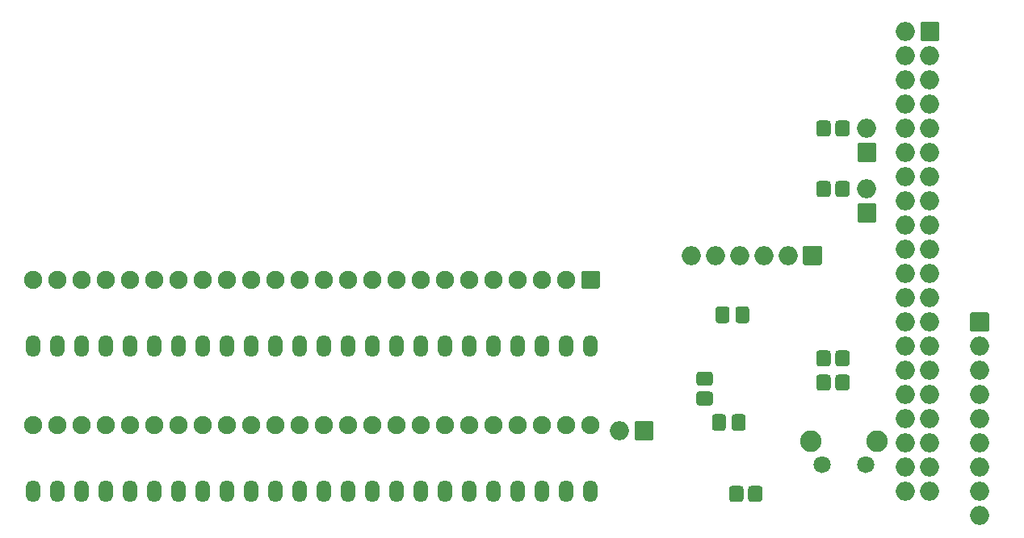
<source format=gbr>
%TF.GenerationSoftware,KiCad,Pcbnew,(5.1.9)-1*%
%TF.CreationDate,2021-07-28T09:14:02+01:00*%
%TF.ProjectId,RGBtoHDMI Amiga Denise DIP CPLD Rev 1.1,52474274-6f48-4444-9d49-20416d696761,rev?*%
%TF.SameCoordinates,Original*%
%TF.FileFunction,Soldermask,Bot*%
%TF.FilePolarity,Negative*%
%FSLAX46Y46*%
G04 Gerber Fmt 4.6, Leading zero omitted, Abs format (unit mm)*
G04 Created by KiCad (PCBNEW (5.1.9)-1) date 2021-07-28 09:14:02*
%MOMM*%
%LPD*%
G01*
G04 APERTURE LIST*
%ADD10C,1.808000*%
%ADD11C,2.250000*%
%ADD12O,2.000000X2.000000*%
%ADD13O,1.500000X2.300000*%
%ADD14O,1.900000X1.900000*%
G04 APERTURE END LIST*
D10*
%TO.C,BT11*%
X163587000Y-103886000D03*
X168137000Y-103886000D03*
D11*
X162362000Y-101386000D03*
X169362000Y-101386000D03*
%TD*%
%TO.C,FFOSD1*%
G36*
G01*
X179086000Y-89750000D02*
X179086000Y-88050000D01*
G75*
G02*
X179236000Y-87900000I150000J0D01*
G01*
X180936000Y-87900000D01*
G75*
G02*
X181086000Y-88050000I0J-150000D01*
G01*
X181086000Y-89750000D01*
G75*
G02*
X180936000Y-89900000I-150000J0D01*
G01*
X179236000Y-89900000D01*
G75*
G02*
X179086000Y-89750000I0J150000D01*
G01*
G37*
D12*
X180086000Y-91440000D03*
X180086000Y-93980000D03*
X180086000Y-96520000D03*
X180086000Y-99060000D03*
X180086000Y-101600000D03*
X180086000Y-104140000D03*
X180086000Y-106680000D03*
X180086000Y-109220000D03*
%TD*%
%TO.C,R7*%
G36*
G01*
X164969000Y-69117502D02*
X164969000Y-68042498D01*
G75*
G02*
X165281498Y-67730000I312498J0D01*
G01*
X166156502Y-67730000D01*
G75*
G02*
X166469000Y-68042498I0J-312498D01*
G01*
X166469000Y-69117502D01*
G75*
G02*
X166156502Y-69430000I-312498J0D01*
G01*
X165281498Y-69430000D01*
G75*
G02*
X164969000Y-69117502I0J312498D01*
G01*
G37*
G36*
G01*
X162969000Y-69117502D02*
X162969000Y-68042498D01*
G75*
G02*
X163281498Y-67730000I312498J0D01*
G01*
X164156502Y-67730000D01*
G75*
G02*
X164469000Y-68042498I0J-312498D01*
G01*
X164469000Y-69117502D01*
G75*
G02*
X164156502Y-69430000I-312498J0D01*
G01*
X163281498Y-69430000D01*
G75*
G02*
X162969000Y-69117502I0J312498D01*
G01*
G37*
%TD*%
%TO.C,R6*%
G36*
G01*
X164969000Y-75467502D02*
X164969000Y-74392498D01*
G75*
G02*
X165281498Y-74080000I312498J0D01*
G01*
X166156502Y-74080000D01*
G75*
G02*
X166469000Y-74392498I0J-312498D01*
G01*
X166469000Y-75467502D01*
G75*
G02*
X166156502Y-75780000I-312498J0D01*
G01*
X165281498Y-75780000D01*
G75*
G02*
X164969000Y-75467502I0J312498D01*
G01*
G37*
G36*
G01*
X162969000Y-75467502D02*
X162969000Y-74392498D01*
G75*
G02*
X163281498Y-74080000I312498J0D01*
G01*
X164156502Y-74080000D01*
G75*
G02*
X164469000Y-74392498I0J-312498D01*
G01*
X164469000Y-75467502D01*
G75*
G02*
X164156502Y-75780000I-312498J0D01*
G01*
X163281498Y-75780000D01*
G75*
G02*
X162969000Y-75467502I0J312498D01*
G01*
G37*
%TD*%
%TO.C,BT3*%
X168275000Y-68580000D03*
G36*
G01*
X169275000Y-70270000D02*
X169275000Y-71970000D01*
G75*
G02*
X169125000Y-72120000I-150000J0D01*
G01*
X167425000Y-72120000D01*
G75*
G02*
X167275000Y-71970000I0J150000D01*
G01*
X167275000Y-70270000D01*
G75*
G02*
X167425000Y-70120000I150000J0D01*
G01*
X169125000Y-70120000D01*
G75*
G02*
X169275000Y-70270000I0J-150000D01*
G01*
G37*
%TD*%
%TO.C,BT2*%
X168275000Y-74930000D03*
G36*
G01*
X169275000Y-76620000D02*
X169275000Y-78320000D01*
G75*
G02*
X169125000Y-78470000I-150000J0D01*
G01*
X167425000Y-78470000D01*
G75*
G02*
X167275000Y-78320000I0J150000D01*
G01*
X167275000Y-76620000D01*
G75*
G02*
X167425000Y-76470000I150000J0D01*
G01*
X169125000Y-76470000D01*
G75*
G02*
X169275000Y-76620000I0J-150000D01*
G01*
G37*
%TD*%
%TO.C,JTAG1*%
X149860000Y-81915000D03*
X152400000Y-81915000D03*
X154940000Y-81915000D03*
X157480000Y-81915000D03*
X160020000Y-81915000D03*
G36*
G01*
X161710000Y-80915000D02*
X163410000Y-80915000D01*
G75*
G02*
X163560000Y-81065000I0J-150000D01*
G01*
X163560000Y-82765000D01*
G75*
G02*
X163410000Y-82915000I-150000J0D01*
G01*
X161710000Y-82915000D01*
G75*
G02*
X161560000Y-82765000I0J150000D01*
G01*
X161560000Y-81065000D01*
G75*
G02*
X161710000Y-80915000I150000J0D01*
G01*
G37*
%TD*%
%TO.C,R3*%
G36*
G01*
X164969000Y-95787502D02*
X164969000Y-94712498D01*
G75*
G02*
X165281498Y-94400000I312498J0D01*
G01*
X166156502Y-94400000D01*
G75*
G02*
X166469000Y-94712498I0J-312498D01*
G01*
X166469000Y-95787502D01*
G75*
G02*
X166156502Y-96100000I-312498J0D01*
G01*
X165281498Y-96100000D01*
G75*
G02*
X164969000Y-95787502I0J312498D01*
G01*
G37*
G36*
G01*
X162969000Y-95787502D02*
X162969000Y-94712498D01*
G75*
G02*
X163281498Y-94400000I312498J0D01*
G01*
X164156502Y-94400000D01*
G75*
G02*
X164469000Y-94712498I0J-312498D01*
G01*
X164469000Y-95787502D01*
G75*
G02*
X164156502Y-96100000I-312498J0D01*
G01*
X163281498Y-96100000D01*
G75*
G02*
X162969000Y-95787502I0J312498D01*
G01*
G37*
%TD*%
%TO.C,R2*%
G36*
G01*
X155825000Y-107471502D02*
X155825000Y-106396498D01*
G75*
G02*
X156137498Y-106084000I312498J0D01*
G01*
X157012502Y-106084000D01*
G75*
G02*
X157325000Y-106396498I0J-312498D01*
G01*
X157325000Y-107471502D01*
G75*
G02*
X157012502Y-107784000I-312498J0D01*
G01*
X156137498Y-107784000D01*
G75*
G02*
X155825000Y-107471502I0J312498D01*
G01*
G37*
G36*
G01*
X153825000Y-107471502D02*
X153825000Y-106396498D01*
G75*
G02*
X154137498Y-106084000I312498J0D01*
G01*
X155012502Y-106084000D01*
G75*
G02*
X155325000Y-106396498I0J-312498D01*
G01*
X155325000Y-107471502D01*
G75*
G02*
X155012502Y-107784000I-312498J0D01*
G01*
X154137498Y-107784000D01*
G75*
G02*
X153825000Y-107471502I0J312498D01*
G01*
G37*
%TD*%
%TO.C,R1*%
G36*
G01*
X164969000Y-93247502D02*
X164969000Y-92172498D01*
G75*
G02*
X165281498Y-91860000I312498J0D01*
G01*
X166156502Y-91860000D01*
G75*
G02*
X166469000Y-92172498I0J-312498D01*
G01*
X166469000Y-93247502D01*
G75*
G02*
X166156502Y-93560000I-312498J0D01*
G01*
X165281498Y-93560000D01*
G75*
G02*
X164969000Y-93247502I0J312498D01*
G01*
G37*
G36*
G01*
X162969000Y-93247502D02*
X162969000Y-92172498D01*
G75*
G02*
X163281498Y-91860000I312498J0D01*
G01*
X164156502Y-91860000D01*
G75*
G02*
X164469000Y-92172498I0J-312498D01*
G01*
X164469000Y-93247502D01*
G75*
G02*
X164156502Y-93560000I-312498J0D01*
G01*
X163281498Y-93560000D01*
G75*
G02*
X162969000Y-93247502I0J312498D01*
G01*
G37*
%TD*%
%TO.C,C4*%
G36*
G01*
X150695829Y-94110000D02*
X151818171Y-94110000D01*
G75*
G02*
X152132000Y-94423829I0J-313829D01*
G01*
X152132000Y-95271171D01*
G75*
G02*
X151818171Y-95585000I-313829J0D01*
G01*
X150695829Y-95585000D01*
G75*
G02*
X150382000Y-95271171I0J313829D01*
G01*
X150382000Y-94423829D01*
G75*
G02*
X150695829Y-94110000I313829J0D01*
G01*
G37*
G36*
G01*
X150695829Y-96185000D02*
X151818171Y-96185000D01*
G75*
G02*
X152132000Y-96498829I0J-313829D01*
G01*
X152132000Y-97346171D01*
G75*
G02*
X151818171Y-97660000I-313829J0D01*
G01*
X150695829Y-97660000D01*
G75*
G02*
X150382000Y-97346171I0J313829D01*
G01*
X150382000Y-96498829D01*
G75*
G02*
X150695829Y-96185000I313829J0D01*
G01*
G37*
%TD*%
%TO.C,C3*%
G36*
G01*
X153497000Y-98879829D02*
X153497000Y-100002171D01*
G75*
G02*
X153183171Y-100316000I-313829J0D01*
G01*
X152335829Y-100316000D01*
G75*
G02*
X152022000Y-100002171I0J313829D01*
G01*
X152022000Y-98879829D01*
G75*
G02*
X152335829Y-98566000I313829J0D01*
G01*
X153183171Y-98566000D01*
G75*
G02*
X153497000Y-98879829I0J-313829D01*
G01*
G37*
G36*
G01*
X155572000Y-98879829D02*
X155572000Y-100002171D01*
G75*
G02*
X155258171Y-100316000I-313829J0D01*
G01*
X154410829Y-100316000D01*
G75*
G02*
X154097000Y-100002171I0J313829D01*
G01*
X154097000Y-98879829D01*
G75*
G02*
X154410829Y-98566000I313829J0D01*
G01*
X155258171Y-98566000D01*
G75*
G02*
X155572000Y-98879829I0J-313829D01*
G01*
G37*
%TD*%
%TO.C,C2*%
G36*
G01*
X153878000Y-87576829D02*
X153878000Y-88699171D01*
G75*
G02*
X153564171Y-89013000I-313829J0D01*
G01*
X152716829Y-89013000D01*
G75*
G02*
X152403000Y-88699171I0J313829D01*
G01*
X152403000Y-87576829D01*
G75*
G02*
X152716829Y-87263000I313829J0D01*
G01*
X153564171Y-87263000D01*
G75*
G02*
X153878000Y-87576829I0J-313829D01*
G01*
G37*
G36*
G01*
X155953000Y-87576829D02*
X155953000Y-88699171D01*
G75*
G02*
X155639171Y-89013000I-313829J0D01*
G01*
X154791829Y-89013000D01*
G75*
G02*
X154478000Y-88699171I0J313829D01*
G01*
X154478000Y-87576829D01*
G75*
G02*
X154791829Y-87263000I313829J0D01*
G01*
X155639171Y-87263000D01*
G75*
G02*
X155953000Y-87576829I0J-313829D01*
G01*
G37*
%TD*%
D13*
%TO.C,U4*%
X80873600Y-91440000D03*
X80873600Y-106680000D03*
X83413600Y-91440000D03*
X83413600Y-106680000D03*
X85953600Y-91440000D03*
X85953600Y-106680000D03*
X88493600Y-91440000D03*
X88493600Y-106680000D03*
X91033600Y-91440000D03*
X91033600Y-106680000D03*
X93573600Y-91440000D03*
X93573600Y-106680000D03*
X96113600Y-91440000D03*
X96113600Y-106680000D03*
X98653600Y-91440000D03*
X98653600Y-106680000D03*
X101193600Y-91440000D03*
X101193600Y-106680000D03*
X103733600Y-91440000D03*
X103733600Y-106680000D03*
X106273600Y-91440000D03*
X106273600Y-106680000D03*
X108813600Y-91440000D03*
X108813600Y-106680000D03*
X111353600Y-91440000D03*
X111353600Y-106680000D03*
X113893600Y-91440000D03*
X113893600Y-106680000D03*
X116433600Y-91440000D03*
X116433600Y-106680000D03*
X118973600Y-91440000D03*
X118973600Y-106680000D03*
X121513600Y-91440000D03*
X121513600Y-106680000D03*
X124053600Y-91440000D03*
X124053600Y-106680000D03*
X126593600Y-91440000D03*
X126593600Y-106680000D03*
X129133600Y-91440000D03*
X129133600Y-106680000D03*
X131673600Y-91440000D03*
X131673600Y-106680000D03*
X134213600Y-91440000D03*
X134213600Y-106680000D03*
X136753600Y-91440000D03*
X136753600Y-106680000D03*
X139293600Y-91440000D03*
X139293600Y-106680000D03*
%TD*%
D12*
%TO.C,J1*%
X172339000Y-106680000D03*
X174879000Y-106680000D03*
X172339000Y-104140000D03*
X174879000Y-104140000D03*
X172339000Y-101600000D03*
X174879000Y-101600000D03*
X172339000Y-99060000D03*
X174879000Y-99060000D03*
X172339000Y-96520000D03*
X174879000Y-96520000D03*
X172339000Y-93980000D03*
X174879000Y-93980000D03*
X172339000Y-91440000D03*
X174879000Y-91440000D03*
X172339000Y-88900000D03*
X174879000Y-88900000D03*
X172339000Y-86360000D03*
X174879000Y-86360000D03*
X172339000Y-83820000D03*
X174879000Y-83820000D03*
X172339000Y-81280000D03*
X174879000Y-81280000D03*
X172339000Y-78740000D03*
X174879000Y-78740000D03*
X172339000Y-76200000D03*
X174879000Y-76200000D03*
X172339000Y-73660000D03*
X174879000Y-73660000D03*
X172339000Y-71120000D03*
X174879000Y-71120000D03*
X172339000Y-68580000D03*
X174879000Y-68580000D03*
X172339000Y-66040000D03*
X174879000Y-66040000D03*
X172339000Y-63500000D03*
X174879000Y-63500000D03*
X172339000Y-60960000D03*
X174879000Y-60960000D03*
X172339000Y-58420000D03*
G36*
G01*
X173879000Y-59270000D02*
X173879000Y-57570000D01*
G75*
G02*
X174029000Y-57420000I150000J0D01*
G01*
X175729000Y-57420000D01*
G75*
G02*
X175879000Y-57570000I0J-150000D01*
G01*
X175879000Y-59270000D01*
G75*
G02*
X175729000Y-59420000I-150000J0D01*
G01*
X174029000Y-59420000D01*
G75*
G02*
X173879000Y-59270000I0J150000D01*
G01*
G37*
%TD*%
D14*
%TO.C,U3*%
X139315000Y-99695000D03*
X80895000Y-84455000D03*
X136775000Y-99695000D03*
X83435000Y-84455000D03*
X134235000Y-99695000D03*
X85975000Y-84455000D03*
X131695000Y-99695000D03*
X88515000Y-84455000D03*
X129155000Y-99695000D03*
X91055000Y-84455000D03*
X126615000Y-99695000D03*
X93595000Y-84455000D03*
X124075000Y-99695000D03*
X96135000Y-84455000D03*
X121535000Y-99695000D03*
X98675000Y-84455000D03*
X118995000Y-99695000D03*
X101215000Y-84455000D03*
X116455000Y-99695000D03*
X103755000Y-84455000D03*
X113915000Y-99695000D03*
X106295000Y-84455000D03*
X111375000Y-99695000D03*
X108835000Y-84455000D03*
X108835000Y-99695000D03*
X111375000Y-84455000D03*
X106295000Y-99695000D03*
X113915000Y-84455000D03*
X103755000Y-99695000D03*
X116455000Y-84455000D03*
X101215000Y-99695000D03*
X118995000Y-84455000D03*
X98675000Y-99695000D03*
X121535000Y-84455000D03*
X96135000Y-99695000D03*
X124075000Y-84455000D03*
X93595000Y-99695000D03*
X126615000Y-84455000D03*
X91055000Y-99695000D03*
X129155000Y-84455000D03*
X88515000Y-99695000D03*
X131695000Y-84455000D03*
X85975000Y-99695000D03*
X134235000Y-84455000D03*
X83435000Y-99695000D03*
X136775000Y-84455000D03*
X80895000Y-99695000D03*
G36*
G01*
X138515000Y-83505000D02*
X140115000Y-83505000D01*
G75*
G02*
X140265000Y-83655000I0J-150000D01*
G01*
X140265000Y-85255000D01*
G75*
G02*
X140115000Y-85405000I-150000J0D01*
G01*
X138515000Y-85405000D01*
G75*
G02*
X138365000Y-85255000I0J150000D01*
G01*
X138365000Y-83655000D01*
G75*
G02*
X138515000Y-83505000I150000J0D01*
G01*
G37*
%TD*%
D12*
%TO.C,BT1*%
X142367000Y-100330000D03*
G36*
G01*
X144057000Y-99330000D02*
X145757000Y-99330000D01*
G75*
G02*
X145907000Y-99480000I0J-150000D01*
G01*
X145907000Y-101180000D01*
G75*
G02*
X145757000Y-101330000I-150000J0D01*
G01*
X144057000Y-101330000D01*
G75*
G02*
X143907000Y-101180000I0J150000D01*
G01*
X143907000Y-99480000D01*
G75*
G02*
X144057000Y-99330000I150000J0D01*
G01*
G37*
%TD*%
M02*

</source>
